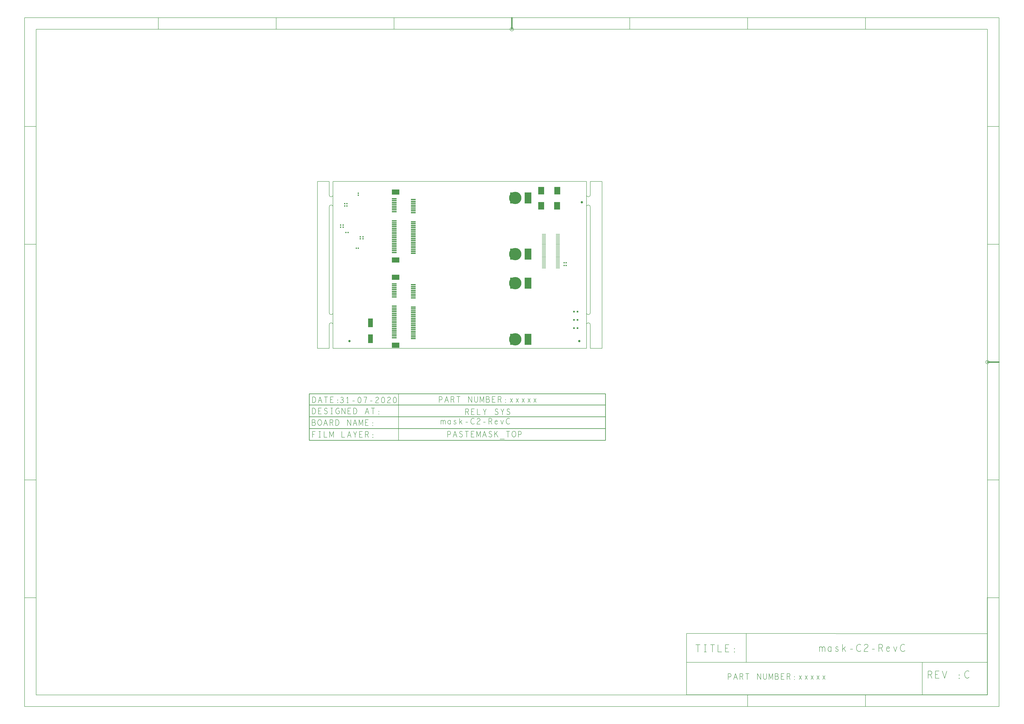
<source format=gbr>
G04 ================== begin FILE IDENTIFICATION RECORD ==================*
G04 Layout Name:  E:/Mask Board/WORK/16-05-22/mask-C2-RevC.brd*
G04 Film Name:    mask-C2-RevC_PMT.gbr*
G04 File Format:  Gerber RS274X*
G04 File Origin:  Cadence Allegro 16.6-P004*
G04 Origin Date:  Mon May 16 22:50:50 2022*
G04 *
G04 Layer:  PIN/PASTEMASK_TOP*
G04 Layer:  PACKAGE GEOMETRY/PASTEMASK_TOP*
G04 Layer:  DRAWING FORMAT/OUTLINE_DATA*
G04 Layer:  BOARD GEOMETRY/OUTLINE*
G04 *
G04 Offset:    (0.00 0.00)*
G04 Mirror:    No*
G04 Mode:      Positive*
G04 Rotation:  0*
G04 FullContactRelief:  No*
G04 UndefLineWidth:     6.00*
G04 ================== end FILE IDENTIFICATION RECORD ====================*
%FSLAX55Y55*MOIN*%
%IR0*IPPOS*OFA0.00000B0.00000*MIA0B0*SFA1.00000B1.00000*%
%ADD16R,.126X.091*%
%ADD14R,.02X.02*%
%ADD22R,.031X.031*%
%ADD12R,.0244X.0244*%
%ADD11C,.03937*%
%ADD21R,.09842X.12992*%
%ADD15R,.07874X.14764*%
%ADD20R,.07087X.00787*%
%ADD10R,.024X.022*%
%ADD13R,.022X.024*%
%ADD17R,.079X.023*%
%ADD19C,.2087*%
%ADD18R,.11811X.18898*%
%ADD23C,.01*%
%ADD24C,.01969*%
%ADD25C,.005*%
%ADD26C,.006*%
%ADD27C,.00787*%
G75*
%LPD*%
G75*
G54D10*
X13000Y205500D03*
X17200D03*
X13000Y208900D03*
X17200D03*
X46400Y185700D03*
Y189100D03*
X51000Y185700D03*
Y189100D03*
G54D20*
X358089Y142047D03*
Y140079D03*
Y138110D03*
Y136142D03*
Y157795D03*
Y155827D03*
Y153858D03*
Y151890D03*
Y149921D03*
Y147953D03*
Y145984D03*
Y144016D03*
Y173543D03*
Y171575D03*
Y169606D03*
Y167638D03*
Y165669D03*
Y163701D03*
Y161732D03*
Y159764D03*
Y189291D03*
Y187323D03*
Y185354D03*
Y183386D03*
Y181417D03*
Y179449D03*
Y177480D03*
Y175512D03*
Y193228D03*
Y191260D03*
X381711Y136142D03*
Y138110D03*
Y140079D03*
Y142047D03*
Y144016D03*
Y145984D03*
Y147953D03*
Y149921D03*
Y151890D03*
Y153858D03*
Y155827D03*
Y157795D03*
Y159764D03*
Y161732D03*
Y163701D03*
Y165669D03*
Y167638D03*
Y169606D03*
Y171575D03*
Y173543D03*
Y175512D03*
Y177480D03*
Y179449D03*
Y181417D03*
Y183386D03*
Y185354D03*
Y187323D03*
Y189291D03*
Y191260D03*
Y193228D03*
G54D11*
X28000Y12150D03*
X418000D03*
X422290Y247680D03*
G54D21*
X353207Y241830D03*
X353347Y267390D03*
X380373Y241830D03*
X380513Y267390D03*
G54D12*
X25670Y196500D03*
X22130D03*
G54D13*
X23500Y245427D03*
X20100D03*
X23500Y241427D03*
X20100D03*
X395700Y140500D03*
X392300D03*
X395700Y145000D03*
X392300D03*
G54D22*
X409047Y34000D03*
X414953D03*
X409047Y62000D03*
X414953D03*
X409047Y48000D03*
X414953D03*
G54D23*
G01X-40415Y-77276D02*
Y-156476D01*
G01D02*
X387485D01*
G01X-40415Y-136476D02*
X462185D01*
G01X-40415Y-116476D02*
X462185D01*
G01X-40415Y-96476D02*
X462185D01*
G01Y-77276D02*
X-40415D01*
G01X387485Y-156476D02*
X462185D01*
G01D02*
Y-77276D01*
G54D14*
X43079Y169764D03*
X39579D03*
X43120Y263030D03*
Y259530D03*
G54D24*
G01X303531Y560956D02*
Y541271D01*
G01X1130302Y-23689D02*
X1110617D01*
G54D15*
X63600Y16114D03*
Y42886D03*
G54D25*
G01X-6200Y-275D02*
X-26200D01*
Y283133D01*
X-6200D01*
G01Y39972D02*
Y-275D01*
G01X0Y39972D02*
Y29972D01*
G01X-6200Y39972D02*
G02X0I3100J0D01*
G01Y59972D02*
G02X-6200I-3100J0D01*
G01X0D02*
Y69972D01*
G01X-6200Y59972D02*
Y229972D01*
G01X0Y239972D02*
Y229972D01*
G01X-6200Y239972D02*
Y229972D01*
G01Y239972D02*
G02X0I3100J0D01*
G01Y259972D02*
G02X-6200I-3100J0D01*
G01X0D02*
Y269972D01*
G01X-6200Y259972D02*
Y283133D01*
G01X430315Y39972D02*
Y29972D01*
G01Y39972D02*
G02X436515I3100J0D01*
G01Y59972D02*
G02X430315I-3100J0D01*
G01D02*
Y69972D01*
G01Y239972D02*
Y229972D01*
G01Y239972D02*
G02X436515I3100J0D01*
G01Y259972D02*
G02X430315I-3100J0D01*
G01D02*
Y269972D01*
G01X436515Y283133D02*
X456515D01*
Y-275D01*
X436515D01*
G01Y39972D02*
Y-275D01*
G01Y59972D02*
Y69972D01*
G01Y239972D02*
Y69972D01*
G01Y259972D02*
Y283133D01*
G54D16*
X106394Y4961D03*
Y120315D03*
Y149629D03*
Y264983D03*
G54D26*
G01X-523241Y-608335D02*
Y560956D01*
G01Y-608335D02*
X1130302D01*
G01X-523241Y560956D02*
X1130302D01*
G01X-34740Y-151376D02*
Y-141376D01*
G01X-31740Y-146209D02*
X-34740D01*
G01Y-141376D02*
X-29990D01*
G01X-31515Y-125977D02*
X-35390D01*
G01Y-131310D02*
X-31265D01*
G01X-35390Y-121310D02*
Y-131310D01*
G01X-32015Y-121310D02*
X-35390D01*
G01X-32415Y-101776D02*
X-31415Y-102276D01*
G01X-34915Y-101776D02*
X-32415D01*
G01Y-111776D02*
X-34915D01*
G01X-31415Y-111276D02*
X-32415Y-111776D01*
G01X-34915D02*
Y-101776D01*
G01X-32215Y-92576D02*
X-34715D01*
G01X-31215Y-92076D02*
X-32215Y-92576D01*
G01X-34715D02*
Y-82576D01*
G01X-32215D02*
X-31215Y-83076D01*
G01X-34715Y-82576D02*
X-32215D01*
G01X-23865Y-151376D02*
X-20865D01*
G01X-22365Y-141376D02*
Y-151376D01*
G01X-23865Y-141376D02*
X-20865D01*
G01X-21515Y-131143D02*
X-22515Y-131310D01*
G01X-20640Y-130477D02*
X-21515Y-131143D01*
G01X-19890Y-129477D02*
X-20640Y-130477D01*
G01X-19390Y-128310D02*
X-19890Y-129477D01*
G01X-19140Y-126977D02*
X-19390Y-128310D01*
G01X-19140Y-125643D02*
Y-126977D01*
G01X-19390Y-124310D02*
X-19140Y-125643D01*
G01X-19890Y-123143D02*
X-19390Y-124310D01*
G01X-20640Y-122143D02*
X-19890Y-123143D01*
G01X-21515Y-121477D02*
X-20640Y-122143D01*
G01X-22515Y-121310D02*
X-21515Y-121477D01*
G01X-23515D02*
X-22515Y-121310D01*
G01X-24390Y-122143D02*
X-23515Y-121477D01*
G01X-25140Y-123143D02*
X-24390Y-122143D01*
G01X-25640Y-124310D02*
X-25140Y-123143D01*
G01X-25890Y-125643D02*
X-25640Y-124310D01*
G01X-25890Y-126977D02*
Y-125643D01*
G01X-25640Y-128310D02*
X-25890Y-126977D01*
G01X-25140Y-129477D02*
X-25640Y-128310D01*
G01X-24390Y-130477D02*
X-25140Y-129477D01*
G01X-23515Y-131143D02*
X-24390Y-130477D01*
G01X-22515Y-131310D02*
X-23515Y-131143D01*
G01X-30640Y-126310D02*
X-31515Y-125977D01*
G01X-29890Y-127310D02*
X-30640Y-126310D01*
G01X-29640Y-128477D02*
X-29890Y-127310D01*
G01Y-129643D02*
X-29640Y-128477D01*
G01X-30390Y-130643D02*
X-29890Y-129643D01*
G01X-31265Y-131310D02*
X-30390Y-130643D01*
G01X-31140Y-121810D02*
X-32015Y-121310D01*
G01X-30640Y-122477D02*
X-31140Y-121810D01*
G01X-30390Y-123477D02*
X-30640Y-122477D01*
G01Y-124644D02*
X-30390Y-123477D01*
G01X-31015Y-125477D02*
X-30640Y-124644D01*
G01X-31515Y-125977D02*
X-31015Y-125477D01*
G01X-24665Y-101776D02*
X-19665D01*
G01X-21665Y-106609D02*
X-24665D01*
G01Y-111776D02*
Y-101776D01*
G01X-19665Y-111776D02*
X-24665D01*
G01X-30665Y-110610D02*
X-31415Y-111276D01*
G01X-30040Y-109609D02*
X-30665Y-110610D01*
G01X-29540Y-108443D02*
X-30040Y-109609D01*
G01X-29415Y-106776D02*
X-29540Y-108443D01*
G01Y-105110D02*
X-29415Y-106776D01*
G01X-30040Y-103943D02*
X-29540Y-105110D01*
G01X-30665Y-102943D02*
X-30040Y-103943D01*
G01X-31415Y-102276D02*
X-30665Y-102943D01*
G01X-19965Y-89076D02*
X-23965D01*
G01X-21965Y-82576D02*
X-18840Y-92576D01*
G01X-25090D02*
X-21965Y-82576D01*
G01X-29340Y-85910D02*
X-29215Y-87576D01*
G01X-29840Y-84743D02*
X-29340Y-85910D01*
G01X-30465Y-83743D02*
X-29840Y-84743D01*
G01X-31215Y-83076D02*
X-30465Y-83743D01*
G01Y-91410D02*
X-31215Y-92076D01*
G01X-29840Y-90409D02*
X-30465Y-91410D01*
G01X-29340Y-89243D02*
X-29840Y-90409D01*
G01X-29215Y-87576D02*
X-29340Y-89243D01*
G01X-2365Y-149709D02*
X885Y-141376D01*
G01X-5615D02*
X-2365Y-149709D01*
G01X-5615Y-151376D02*
Y-141376D01*
G01X-14865Y-151376D02*
X-9865D01*
G01X-14865Y-141376D02*
Y-151376D01*
G01X-1890Y-126477D02*
X-15Y-131310D01*
G01X-1890Y-126477D02*
X-5015D01*
G01X-1015Y-125977D02*
X-1890Y-126477D01*
G01X-265Y-125143D02*
X-1015Y-125977D01*
G01X-15Y-123810D02*
X-265Y-125143D01*
G01Y-122477D02*
X-15Y-123810D01*
G01X-890Y-121810D02*
X-265Y-122477D01*
G01X-1890Y-121310D02*
X-890Y-121810D01*
G01X-5015Y-121310D02*
X-1890D01*
G01X-5015Y-131310D02*
Y-121310D01*
G01X-12515D02*
X-9390Y-131310D01*
G01X-10515Y-127810D02*
X-14515D01*
G01X-15640Y-131310D02*
X-12515Y-121310D01*
G01X-3665Y-101776D02*
X-665D01*
G01X-11665D02*
X-10790Y-102109D01*
G01X-12540Y-101776D02*
X-11665D01*
G01X-3665Y-111776D02*
X-665D01*
G01X-2165Y-101776D02*
Y-111776D01*
G01X-10790Y-102109D02*
X-10040Y-102943D01*
G01X-11540Y-106443D02*
X-13040Y-106109D01*
G01X-10415Y-107109D02*
X-11540Y-106443D01*
G01X-9790Y-108110D02*
X-10415Y-107109D01*
G01X-9540Y-109276D02*
X-9790Y-108110D01*
G01X-9915Y-110443D02*
X-9540Y-109276D01*
G01X-10665Y-111276D02*
X-9915Y-110443D01*
G01X-11665Y-111776D02*
X-10665Y-111276D01*
G01X-12665Y-111776D02*
X-11665D01*
G01X-13415Y-102276D02*
X-12540Y-101776D01*
G01X-14040Y-103109D02*
X-13415Y-102276D01*
G01X-14290Y-104276D02*
X-14040Y-103109D01*
G01X-13915Y-105443D02*
X-14290Y-104276D01*
G01X-13040Y-106109D02*
X-13915Y-105443D01*
G01X-13790Y-111276D02*
X-12665Y-111776D01*
G01X-14790Y-110443D02*
X-13790Y-111276D01*
G01X-1465Y-87409D02*
X-4465D01*
G01Y-92576D02*
Y-82576D01*
G01X535Y-92576D02*
X-4465D01*
G01X-11965Y-82576D02*
Y-92576D01*
G01X-4465Y-82576D02*
X535D01*
G01X-14840D02*
X-9090D01*
G01X430315Y-275D02*
Y283133D01*
X0D01*
Y-275D01*
X430315D01*
G01X15135Y-151376D02*
X20135D01*
G01X15135Y-141376D02*
Y-151376D01*
G01X885Y-141376D02*
Y-151376D01*
G01X7235Y-131310D02*
X4735D01*
G01X8235Y-130810D02*
X7235Y-131310D01*
G01X8985Y-130144D02*
X8235Y-130810D01*
G01X9610Y-129143D02*
X8985Y-130144D01*
G01X10110Y-127977D02*
X9610Y-129143D01*
G01X10235Y-126310D02*
X10110Y-127977D01*
G01Y-124644D02*
X10235Y-126310D01*
G01X9610Y-123477D02*
X10110Y-124644D01*
G01X8985Y-122477D02*
X9610Y-123477D01*
G01X8235Y-121810D02*
X8985Y-122477D01*
G01X7235Y-121310D02*
X8235Y-121810D01*
G01X4735Y-121310D02*
X7235D01*
G01X4735Y-131310D02*
Y-121310D01*
G01X8710Y-101776D02*
X9710Y-102109D01*
G01X7835Y-101776D02*
X8710D01*
G01X6835Y-102276D02*
X7835Y-101776D01*
G01X14960D02*
X20710Y-111776D01*
G01X14960D02*
Y-101776D01*
G01X9710Y-102109D02*
X10460Y-102776D01*
G01X6085Y-102943D02*
X6835Y-102276D01*
G01X5335Y-103943D02*
X6085Y-102943D01*
G01X4835Y-105110D02*
X5335Y-103943D01*
G01X4585Y-106109D02*
X4835Y-105110D01*
G01X4585Y-107276D02*
Y-106109D01*
G01X4835Y-108609D02*
X4585Y-107276D01*
G01X5335Y-109776D02*
X4835Y-108609D01*
G01X6085Y-110776D02*
X5335Y-109776D01*
G01X6960Y-111443D02*
X6085Y-110776D01*
G01X8210Y-111776D02*
X6960Y-111443D01*
G01X9460D02*
X8210Y-111776D01*
G01X10335Y-110776D02*
X9460Y-111443D01*
G01X11085Y-109776D02*
X10335Y-110776D01*
G01X11085Y-106776D02*
Y-109776D01*
G01X8585Y-106776D02*
X11085D01*
G01X12200Y-91000D02*
X12950Y-92167D01*
X13950Y-92833D01*
X15075Y-93000D01*
X16075Y-92833D01*
X17075Y-92000D01*
X17700Y-91000D01*
X17825Y-90000D01*
X17575Y-88834D01*
X16700Y-88000D01*
X15825Y-87667D01*
X14700D01*
G01X15825D02*
X16575Y-87167D01*
X17200Y-86334D01*
X17450Y-85333D01*
X17200Y-84333D01*
X16575Y-83500D01*
X15450Y-83000D01*
X14325Y-83167D01*
X13200Y-83833D01*
G01X24950Y-93000D02*
Y-83000D01*
X23450Y-85000D01*
G01Y-93000D02*
X26450D01*
G01X33325Y-89667D02*
X36575D01*
G01X44950Y-83000D02*
X43950Y-83333D01*
X43200Y-84167D01*
X42700Y-85167D01*
X42325Y-86500D01*
X42200Y-88000D01*
X42325Y-89500D01*
X42700Y-90833D01*
X43200Y-91834D01*
X43950Y-92667D01*
X44950Y-93000D01*
X45950Y-92667D01*
X46700Y-91834D01*
X47200Y-90833D01*
X47575Y-89500D01*
X47700Y-88000D01*
X47575Y-86500D01*
X47200Y-85167D01*
X46700Y-84167D01*
X45950Y-83333D01*
X44950Y-83000D01*
G01X54700Y-93000D02*
X54950Y-90833D01*
X55325Y-89000D01*
X55825Y-87333D01*
X56450Y-85500D01*
X57450Y-83000D01*
X52450D01*
G01X63325Y-89667D02*
X66575D01*
G01X72575Y-84667D02*
X73325Y-83667D01*
X74200Y-83167D01*
X75200Y-83000D01*
X76450Y-83333D01*
X77325Y-84167D01*
X77575Y-85167D01*
X77450Y-86167D01*
X76950Y-87000D01*
X74450Y-88667D01*
X73325Y-89833D01*
X72575Y-91500D01*
X72325Y-93000D01*
X77575D01*
G01X84950Y-83000D02*
X83950Y-83333D01*
X83200Y-84167D01*
X82700Y-85167D01*
X82325Y-86500D01*
X82200Y-88000D01*
X82325Y-89500D01*
X82700Y-90833D01*
X83200Y-91834D01*
X83950Y-92667D01*
X84950Y-93000D01*
X85950Y-92667D01*
X86700Y-91834D01*
X87200Y-90833D01*
X87575Y-89500D01*
X87700Y-88000D01*
X87575Y-86500D01*
X87200Y-85167D01*
X86700Y-84167D01*
X85950Y-83333D01*
X84950Y-83000D01*
G01X92575Y-84667D02*
X93325Y-83667D01*
X94200Y-83167D01*
X95200Y-83000D01*
X96450Y-83333D01*
X97325Y-84167D01*
X97575Y-85167D01*
X97450Y-86167D01*
X96950Y-87000D01*
X94450Y-88667D01*
X93325Y-89833D01*
X92575Y-91500D01*
X92325Y-93000D01*
X97575D01*
G01X104950Y-83000D02*
X103950Y-83333D01*
X103200Y-84167D01*
X102700Y-85167D01*
X102325Y-86500D01*
X102200Y-88000D01*
X102325Y-89500D01*
X102700Y-90833D01*
X103200Y-91834D01*
X103950Y-92667D01*
X104950Y-93000D01*
X105950Y-92667D01*
X106700Y-91834D01*
X107200Y-90833D01*
X107575Y-89500D01*
X107700Y-88000D01*
X107575Y-86500D01*
X107200Y-85167D01*
X106700Y-84167D01*
X105950Y-83333D01*
X104950Y-83000D01*
G01X8285Y-88243D02*
X8035Y-88410D01*
G01X8285Y-87909D02*
Y-88243D01*
G01X8035Y-87743D02*
X8285Y-87909D01*
G01X7785D02*
X8035Y-87743D01*
G01X7785Y-88243D02*
Y-87909D01*
G01X8035Y-88410D02*
X7785Y-88243D01*
G01X8285Y-92743D02*
X8035Y-92909D01*
G01X8285Y-92409D02*
Y-92743D01*
G01X8035Y-92243D02*
X8285Y-92409D01*
G01X7785D02*
X8035Y-92243D01*
G01X7785Y-92743D02*
Y-92409D01*
G01X8035Y-92909D02*
X7785Y-92743D01*
G01X29635Y-147876D02*
X25635D01*
G01X27635Y-141376D02*
X30760Y-151376D01*
G01X24510D02*
X27635Y-141376D01*
G01X30360Y-131310D02*
Y-121310D01*
G01X24610D02*
X30360Y-131310D01*
G01X24610D02*
Y-121310D01*
G01X25335Y-101776D02*
X30335D01*
G01X28335Y-106609D02*
X25335D01*
G01Y-111776D02*
Y-101776D01*
G01X30335Y-111776D02*
X25335D01*
G01X20710D02*
Y-101776D01*
G01X45135Y-151376D02*
Y-141376D01*
G01X50135Y-151376D02*
X45135D01*
G01X37635D02*
Y-146876D01*
G01X48135Y-146209D02*
X45135D01*
G01Y-141376D02*
X50135D01*
G01X40135D02*
X37635Y-146876D01*
G01D02*
X35135Y-141376D01*
G01X47485Y-129643D02*
X50735Y-121310D01*
G01X44235D02*
X47485Y-129643D01*
G01X44235Y-131310D02*
Y-121310D01*
G01X39485Y-127810D02*
X35485D01*
G01X37485Y-121310D02*
X40610Y-131310D01*
G01X34360D02*
X37485Y-121310D01*
G01X37585Y-101776D02*
X38585Y-102276D01*
G01Y-111276D02*
X37585Y-111776D01*
G01X39335Y-110610D02*
X38585Y-111276D01*
G01X39960Y-109609D02*
X39335Y-110610D01*
G01X40460Y-108443D02*
X39960Y-109609D01*
G01X40585Y-106776D02*
X40460Y-108443D01*
G01Y-105110D02*
X40585Y-106776D01*
G01X39960Y-103943D02*
X40460Y-105110D01*
G01X39335Y-102943D02*
X39960Y-103943D01*
G01X38585Y-102276D02*
X39335Y-102943D01*
G01X35085Y-101776D02*
X37585D01*
G01Y-111776D02*
X35085D01*
G01D02*
Y-101776D01*
G01X58260Y-146543D02*
X60135Y-151376D01*
G01X55135D02*
Y-141376D01*
G01X58260Y-146543D02*
X55135D01*
G01X59135Y-146043D02*
X58260Y-146543D01*
G01X59885Y-145209D02*
X59135Y-146043D01*
G01X60135Y-143876D02*
X59885Y-145209D01*
G01Y-142543D02*
X60135Y-143876D01*
G01X59260Y-141876D02*
X59885Y-142543D01*
G01X58260Y-141376D02*
X59260Y-141876D01*
G01X55135Y-141376D02*
X58260D01*
G01X57985Y-126143D02*
X54985D01*
G01Y-121310D02*
X59985D01*
G01X54985Y-131310D02*
Y-121310D01*
G01X59985Y-131310D02*
X54985D01*
G01X50735Y-121310D02*
Y-131310D01*
G01X59835Y-108276D02*
X55835D01*
G01X57835Y-101776D02*
X60960Y-111776D01*
G01X54710D02*
X57835Y-101776D01*
G01X67885Y-151543D02*
X67635Y-151709D01*
G01X67885Y-151209D02*
Y-151543D01*
G01X67635Y-151043D02*
X67885Y-151209D01*
G01X67385D02*
X67635Y-151043D01*
G01X67385Y-151543D02*
Y-151209D01*
G01X67635Y-151709D02*
X67385Y-151543D01*
G01X67885Y-147043D02*
X67635Y-147210D01*
G01X67885Y-146709D02*
Y-147043D01*
G01X67635Y-146543D02*
X67885Y-146709D01*
G01X67385D02*
X67635Y-146543D01*
G01X67385Y-147043D02*
Y-146709D01*
G01X67635Y-147210D02*
X67385Y-147043D01*
G01X67735Y-126977D02*
X67485Y-127144D01*
G01X67735Y-126643D02*
Y-126977D01*
G01X67485Y-126477D02*
X67735Y-126643D01*
G01Y-131477D02*
X67485Y-131643D01*
G01X67735Y-131143D02*
Y-131477D01*
G01X67485Y-130977D02*
X67735Y-131143D01*
G01X67235Y-126643D02*
X67485Y-126477D01*
G01X67235Y-126977D02*
Y-126643D01*
G01X67485Y-127144D02*
X67235Y-126977D01*
G01Y-131143D02*
X67485Y-130977D01*
G01X67235Y-131477D02*
Y-131143D01*
G01X67485Y-131643D02*
X67235Y-131477D01*
G01X78085Y-107443D02*
X77835Y-107610D01*
G01X78085Y-107109D02*
Y-107443D01*
G01X77835Y-106943D02*
X78085Y-107109D01*
G01X77585D02*
X77835Y-106943D01*
G01X77585Y-107443D02*
Y-107109D01*
G01X77835Y-107610D02*
X77585Y-107443D01*
G01X78085Y-111943D02*
X77835Y-112109D01*
G01X78085Y-111609D02*
Y-111943D01*
G01X77835Y-111443D02*
X78085Y-111609D01*
G01X77585D02*
X77835Y-111443D01*
G01X77585Y-111943D02*
Y-111609D01*
G01X77835Y-112109D02*
X77585Y-111943D01*
G01X67835Y-101776D02*
Y-111776D01*
G01X64960Y-101776D02*
X70710D01*
G01X111485Y-77697D02*
Y-155856D01*
G01X183240Y-129040D02*
Y-122374D01*
G01Y-124207D02*
X183615Y-123373D01*
X184240Y-122707D01*
X185115Y-122374D01*
X185990Y-122707D01*
X186615Y-123373D01*
X186990Y-124207D01*
Y-129040D01*
G01Y-124207D02*
X187365Y-123373D01*
X187990Y-122707D01*
X188865Y-122374D01*
X189740Y-122707D01*
X190365Y-123373D01*
X190740Y-124373D01*
Y-129040D01*
G01X199240D02*
Y-122374D01*
G01Y-123540D02*
X198740Y-122873D01*
X197990Y-122540D01*
X197115Y-122374D01*
X196240Y-122707D01*
X195490Y-123373D01*
X194990Y-124373D01*
X194740Y-125707D01*
X194990Y-127040D01*
X195490Y-128040D01*
X196240Y-128707D01*
X197115Y-129040D01*
X197990Y-128873D01*
X198740Y-128373D01*
X199240Y-127707D01*
G01X205115Y-127874D02*
X205740Y-128540D01*
X206615Y-129040D01*
X207365D01*
X208115Y-128707D01*
X208615Y-128207D01*
X208865Y-127540D01*
X208740Y-126540D01*
X208240Y-126040D01*
X205990Y-125040D01*
X205490Y-123873D01*
X205740Y-123040D01*
X206240Y-122540D01*
X206990Y-122374D01*
X207740Y-122540D01*
X208490Y-123040D01*
G01X214865Y-129040D02*
Y-119040D01*
G01X218865Y-122374D02*
X214865Y-126207D01*
G01X216490Y-124707D02*
X219115Y-129040D01*
G01X225365Y-125707D02*
X228615D01*
G01X239740Y-119873D02*
X238990Y-119373D01*
X238115Y-119040D01*
X237115D01*
X235990Y-119540D01*
X235115Y-120373D01*
X234490Y-121373D01*
X233990Y-123040D01*
X233865Y-124540D01*
X234115Y-126040D01*
X234490Y-127040D01*
X235240Y-128040D01*
X236115Y-128707D01*
X236990Y-129040D01*
X237865D01*
X238740Y-128707D01*
X239490Y-128207D01*
X240115Y-127540D01*
G01X244615Y-120707D02*
X245365Y-119707D01*
X246240Y-119207D01*
X247240Y-119040D01*
X248490Y-119373D01*
X249365Y-120207D01*
X249615Y-121207D01*
X249490Y-122207D01*
X248990Y-123040D01*
X246490Y-124707D01*
X245365Y-125873D01*
X244615Y-127540D01*
X244365Y-129040D01*
X249615D01*
G01X255365Y-125707D02*
X258615D01*
G01X264490Y-129040D02*
Y-119040D01*
X267615D01*
X268615Y-119540D01*
X269240Y-120207D01*
X269490Y-121540D01*
X269240Y-122873D01*
X268490Y-123707D01*
X267615Y-124207D01*
X264490D01*
G01X267615D02*
X269490Y-129040D01*
G01X275115Y-124540D02*
X279115D01*
X278740Y-123373D01*
X278115Y-122707D01*
X277240Y-122374D01*
X276365Y-122540D01*
X275615Y-123040D01*
X275115Y-124207D01*
X274865Y-125207D01*
Y-126207D01*
X275115Y-127207D01*
X275740Y-128207D01*
X276490Y-128873D01*
X277365Y-129040D01*
X278240Y-128707D01*
X279115Y-127707D01*
G01X284740Y-122374D02*
X286990Y-129040D01*
X289240Y-122374D01*
G01X299740Y-119873D02*
X298990Y-119373D01*
X298115Y-119040D01*
X297115D01*
X295990Y-119540D01*
X295115Y-120373D01*
X294490Y-121373D01*
X293990Y-123040D01*
X293865Y-124540D01*
X294115Y-126040D01*
X294490Y-127040D01*
X295240Y-128040D01*
X296115Y-128707D01*
X296990Y-129040D01*
X297865D01*
X298740Y-128707D01*
X299490Y-128207D01*
X300115Y-127540D01*
G01X185385Y-84910D02*
X185135Y-86243D01*
G01Y-83577D02*
X185385Y-84910D01*
G01X184385Y-82410D02*
X185135Y-83577D01*
G01X194885Y-88410D02*
X190885D01*
G01X189760Y-91910D02*
X192885Y-81910D01*
G01X183385Y-87744D02*
X180385D01*
G01X184510Y-87243D02*
X183385Y-87744D01*
G01X185135Y-86243D02*
X184510Y-87243D01*
G01X180385Y-91910D02*
Y-81910D01*
G01X183385D02*
X184385Y-82410D01*
G01X180385Y-81910D02*
X183385D01*
G01X192885D02*
X196010Y-91910D01*
G01X194575Y-150875D02*
Y-140875D01*
X197575D01*
X198575Y-141375D01*
X199325Y-142542D01*
X199575Y-143875D01*
X199325Y-145208D01*
X198700Y-146208D01*
X197575Y-146709D01*
X194575D01*
G01X203950Y-150875D02*
X207075Y-140875D01*
X210200Y-150875D01*
G01X209075Y-147375D02*
X205075D01*
G01X214450Y-149542D02*
X215450Y-150375D01*
X216575Y-150875D01*
X217575D01*
X218575Y-150375D01*
X219325Y-149542D01*
X219700Y-148375D01*
X219450Y-147209D01*
X218825Y-146208D01*
X217700Y-145542D01*
X216200Y-145208D01*
X215325Y-144542D01*
X214950Y-143375D01*
X215200Y-142208D01*
X215825Y-141375D01*
X216700Y-140875D01*
X217575D01*
X218450Y-141208D01*
X219200Y-142042D01*
G01X227075Y-140875D02*
Y-150875D01*
G01X224200Y-140875D02*
X229950D01*
G01X239575Y-150875D02*
X234575D01*
Y-140875D01*
X239575D01*
G01X237575Y-145708D02*
X234575D01*
G01X243825Y-150875D02*
Y-140875D01*
X247075Y-149208D01*
X250325Y-140875D01*
Y-150875D01*
G01X253950D02*
X257075Y-140875D01*
X260200Y-150875D01*
G01X259075Y-147375D02*
X255075D01*
G01X264450Y-149542D02*
X265450Y-150375D01*
X266575Y-150875D01*
X267575D01*
X268575Y-150375D01*
X269325Y-149542D01*
X269700Y-148375D01*
X269450Y-147209D01*
X268825Y-146208D01*
X267700Y-145542D01*
X266200Y-145208D01*
X265325Y-144542D01*
X264950Y-143375D01*
X265200Y-142208D01*
X265825Y-141375D01*
X266700Y-140875D01*
X267575D01*
X268450Y-141208D01*
X269200Y-142042D01*
G01X274325Y-150875D02*
Y-140875D01*
G01X279075D02*
X274325Y-147042D01*
G01X279825Y-150875D02*
X276450Y-144209D01*
G01X283325Y-154208D02*
X290825D01*
G01X297075Y-140875D02*
Y-150875D01*
G01X294200Y-140875D02*
X299950D01*
G01X307075Y-150875D02*
X306075Y-150708D01*
X305200Y-150042D01*
X304450Y-149042D01*
X303950Y-147875D01*
X303700Y-146542D01*
Y-145208D01*
X303950Y-143875D01*
X304450Y-142708D01*
X305200Y-141708D01*
X306075Y-141042D01*
X307075Y-140875D01*
X308075Y-141042D01*
X308950Y-141708D01*
X309700Y-142708D01*
X310200Y-143875D01*
X310450Y-145208D01*
Y-146542D01*
X310200Y-147875D01*
X309700Y-149042D01*
X308950Y-150042D01*
X308075Y-150708D01*
X307075Y-150875D01*
G01X314575D02*
Y-140875D01*
X317575D01*
X318575Y-141375D01*
X319325Y-142542D01*
X319575Y-143875D01*
X319325Y-145208D01*
X318700Y-146208D01*
X317575Y-146709D01*
X314575D01*
G01X205135Y-85743D02*
X204385Y-86577D01*
G01X205385Y-84410D02*
X205135Y-85743D01*
G01Y-83077D02*
X205385Y-84410D01*
G01X203510Y-87077D02*
X205385Y-91910D01*
G01X203510Y-87077D02*
X200385D01*
G01X204385Y-86577D02*
X203510Y-87077D01*
G01X200385Y-91910D02*
Y-81910D01*
G01X204510Y-82410D02*
X205135Y-83077D01*
G01X203510Y-81910D02*
X204510Y-82410D01*
G01X200385Y-81910D02*
X203510D01*
G01X228260Y-108143D02*
X225135D01*
G01Y-102976D02*
X228260D01*
G01X225135Y-112976D02*
Y-102976D01*
G01X212885Y-81910D02*
Y-91910D01*
G01X210010Y-81910D02*
X215760D01*
G01X238135Y-107809D02*
X235135D01*
G01Y-102976D02*
X240135D01*
G01X235135Y-112976D02*
Y-102976D01*
G01X240135Y-112976D02*
X235135D01*
G01X229885Y-106809D02*
X229135Y-107643D01*
G01X230135Y-105476D02*
X229885Y-106809D01*
G01Y-104143D02*
X230135Y-105476D01*
G01X229260Y-103476D02*
X229885Y-104143D01*
G01X228260Y-108143D02*
X230135Y-112976D01*
G01X229135Y-107643D02*
X228260Y-108143D01*
G01Y-102976D02*
X229260Y-103476D01*
G01X240635Y-90577D02*
X241635Y-91577D01*
G01X240135Y-89077D02*
X240635Y-90577D01*
G01X240135Y-81910D02*
Y-89077D01*
G01X235760Y-91910D02*
Y-81910D01*
G01X230010D02*
X235760Y-91910D01*
G01X230010D02*
Y-81910D01*
G01X260135Y-102976D02*
X257635Y-108476D01*
G01D02*
X255135Y-102976D01*
G01X257635Y-112976D02*
Y-108476D01*
G01X245135Y-112976D02*
X250135D01*
G01X245135Y-102976D02*
Y-112976D01*
G01X256135Y-81910D02*
Y-91910D01*
G01X252885Y-90243D02*
X256135Y-81910D01*
G01X249635D02*
X252885Y-90243D01*
G01X249635Y-91910D02*
Y-81910D01*
G01X245635Y-89077D02*
Y-81910D01*
G01X245135Y-90577D02*
X245635Y-89077D01*
G01X244135Y-91577D02*
X245135Y-90577D01*
G01X242885Y-91910D02*
X244135Y-91577D01*
G01X241635D02*
X242885Y-91910D01*
G01X265010Y-84077D02*
X264760Y-83077D01*
G01Y-85244D02*
X265010Y-84077D01*
G01X264385Y-86077D02*
X264760Y-85244D01*
G01X263885Y-86577D02*
X264385Y-86077D01*
G01X273385Y-86743D02*
X270385D01*
G01Y-91910D02*
Y-81910D01*
G01X275385Y-91910D02*
X270385D01*
G01X264760Y-86910D02*
X263885Y-86577D01*
G01X265510Y-87910D02*
X264760Y-86910D01*
G01X265760Y-89077D02*
X265510Y-87910D01*
G01Y-90243D02*
X265760Y-89077D01*
G01X265010Y-91243D02*
X265510Y-90243D01*
G01X264135Y-91910D02*
X265010Y-91243D01*
G01X263885Y-86577D02*
X260010D01*
G01Y-91910D02*
X264135D01*
G01X260010Y-81910D02*
Y-91910D01*
G01X270385Y-81910D02*
X275385D01*
G01X264260Y-82410D02*
X263385Y-81910D01*
G01X264760Y-83077D02*
X264260Y-82410D01*
G01X263385Y-81910D02*
X260010D01*
G01X290135Y-102976D02*
X287635Y-108476D01*
G01D02*
X285135Y-102976D01*
G01X287635Y-112976D02*
Y-108476D01*
G01X279010Y-103309D02*
X279760Y-104143D01*
G01X278135Y-102976D02*
X279010Y-103309D01*
G01X277260Y-102976D02*
X278135D01*
G01X278260Y-107643D02*
X276760Y-107309D01*
G01X279385Y-108309D02*
X278260Y-107643D01*
G01X280010Y-109310D02*
X279385Y-108309D01*
G01X280260Y-110476D02*
X280010Y-109310D01*
G01X279885Y-111643D02*
X280260Y-110476D01*
G01X279135Y-112476D02*
X279885Y-111643D01*
G01X278135Y-112976D02*
X279135Y-112476D01*
G01X277135Y-112976D02*
X278135D01*
G01X276385Y-103476D02*
X277260Y-102976D01*
G01X275760Y-104309D02*
X276385Y-103476D01*
G01X275510Y-105476D02*
X275760Y-104309D01*
G01X275885Y-106643D02*
X275510Y-105476D01*
G01X276760Y-107309D02*
X275885Y-106643D01*
G01X276010Y-112476D02*
X277135Y-112976D01*
G01X275010Y-111643D02*
X276010Y-112476D01*
G01X285135Y-85743D02*
X284385Y-86577D01*
G01X285385Y-84410D02*
X285135Y-85743D01*
G01Y-83077D02*
X285385Y-84410D01*
G01X283510Y-87077D02*
X285385Y-91910D01*
G01X283510Y-87077D02*
X280385D01*
G01X284385Y-86577D02*
X283510Y-87077D01*
G01X280385Y-91910D02*
Y-81910D01*
G01X284510Y-82410D02*
X285135Y-83077D01*
G01X283510Y-81910D02*
X284510Y-82410D01*
G01X280385Y-81910D02*
X283510D01*
G01X299010Y-103309D02*
X299760Y-104143D01*
G01X298135Y-102976D02*
X299010Y-103309D01*
G01X297260Y-102976D02*
X298135D01*
G01X296385Y-103476D02*
X297260Y-102976D01*
G01X295760Y-104309D02*
X296385Y-103476D01*
G01X295510Y-105476D02*
X295760Y-104309D01*
G01X295885Y-106643D02*
X295510Y-105476D01*
G01X296760Y-107309D02*
X295885Y-106643D01*
G01X298260Y-107643D02*
X296760Y-107309D01*
G01X299385Y-108309D02*
X298260Y-107643D01*
G01X300010Y-109310D02*
X299385Y-108309D01*
G01X300260Y-110476D02*
X300010Y-109310D01*
G01X299885Y-111643D02*
X300260Y-110476D01*
G01X299135Y-112476D02*
X299885Y-111643D01*
G01X298135Y-112976D02*
X299135Y-112476D01*
G01X297135Y-112976D02*
X298135D01*
G01X296010Y-112476D02*
X297135Y-112976D01*
G01X295010Y-111643D02*
X296010Y-112476D01*
G01X304760Y-85244D02*
X301010Y-91910D01*
G01Y-85244D02*
X304760Y-91910D01*
G01X293135Y-87577D02*
X292885Y-87744D01*
G01X293135Y-87243D02*
Y-87577D01*
G01X292885Y-87077D02*
X293135Y-87243D01*
G01Y-92077D02*
X292885Y-92243D01*
G01X293135Y-91743D02*
Y-92077D01*
G01X292885Y-91577D02*
X293135Y-91743D01*
G01X292635Y-87243D02*
X292885Y-87077D01*
G01X292635Y-87577D02*
Y-87243D01*
G01X292885Y-87744D02*
X292635Y-87577D01*
G01Y-91743D02*
X292885Y-91577D01*
G01X292635Y-92077D02*
Y-91743D01*
G01X292885Y-92243D02*
X292635Y-92077D01*
G01X324760Y-85244D02*
X321010Y-91910D01*
G01Y-85244D02*
X324760Y-91910D01*
G01X314760Y-85244D02*
X311010Y-91910D01*
G01Y-85244D02*
X314760Y-91910D01*
G01X334760Y-85244D02*
X331010Y-91910D01*
G01Y-85244D02*
X334760Y-91910D01*
G01X341010Y-85244D02*
X344760Y-91910D01*
G01Y-85244D02*
X341010Y-91910D01*
G01X600009Y-588311D02*
X1110245D01*
G01X600009Y-484466D02*
Y-588311D01*
G01Y-533193D02*
X1110245D01*
G01X600009Y-484466D02*
X1110485Y-484666D01*
G01X619335Y-503166D02*
Y-515666D01*
G01X615770Y-503166D02*
X622900D01*
G01X629875D02*
X633595D01*
G01X631735D02*
Y-515666D01*
G01X629875D02*
X633595D01*
G01X640570Y-503166D02*
X647700D01*
G01X644135D02*
Y-515666D01*
G01X653435Y-503166D02*
Y-515666D01*
G01D02*
X659635D01*
G01X670585Y-562200D02*
Y-552200D01*
G01D02*
X673585D01*
G01D02*
X674585Y-552700D01*
G01D02*
X675335Y-553867D01*
G01D02*
X675585Y-555200D01*
G01D02*
X675335Y-556533D01*
G01D02*
X674710Y-557533D01*
G01D02*
X673585Y-558034D01*
G01D02*
X670585D01*
G01X672035Y-515666D02*
X665835D01*
G01D02*
Y-503166D01*
G01D02*
X672035D01*
G01X669555Y-509208D02*
X665835D01*
G01X679960Y-562200D02*
X683085Y-552200D01*
G01D02*
X686210Y-562200D01*
G01X685085Y-558700D02*
X681085D01*
G01X690585Y-562200D02*
Y-552200D01*
G01D02*
X693710D01*
G01Y-557367D02*
X690585D01*
G01X681335Y-516083D02*
X681025Y-515874D01*
G01D02*
Y-515458D01*
G01D02*
X681335Y-515249D01*
G01D02*
X681645Y-515458D01*
G01D02*
Y-515874D01*
G01D02*
X681335Y-516083D01*
G01Y-510458D02*
X681025Y-510249D01*
G01D02*
Y-509833D01*
G01D02*
X681335Y-509624D01*
G01D02*
X681645Y-509833D01*
G01D02*
Y-510249D01*
G01D02*
X681335Y-510458D01*
G01X693710Y-552200D02*
X694710Y-552700D01*
G01D02*
X695335Y-553367D01*
G01D02*
X695585Y-554700D01*
G01D02*
X695335Y-556033D01*
G01D02*
X694585Y-556867D01*
G01D02*
X693710Y-557367D01*
G01D02*
X695585Y-562200D01*
G01X703085Y-552200D02*
Y-562200D01*
G01X700210Y-552200D02*
X705960D01*
G01X701485Y-484466D02*
Y-532625D01*
G01X720210Y-562200D02*
Y-552200D01*
G01D02*
X725960Y-562200D01*
G01D02*
Y-552200D01*
G01X730335D02*
Y-559367D01*
G01D02*
X730835Y-560867D01*
G01D02*
X731835Y-561867D01*
G01D02*
X733085Y-562200D01*
G01D02*
X734335Y-561867D01*
G01D02*
X735335Y-560867D01*
G01D02*
X735835Y-559367D01*
G01D02*
Y-552200D01*
G01X739835Y-562200D02*
Y-552200D01*
G01D02*
X743085Y-560533D01*
G01D02*
X746335Y-552200D01*
G01D02*
Y-562200D01*
G01X754085Y-556867D02*
X754585Y-556367D01*
G01D02*
X754960Y-555534D01*
G01D02*
X755210Y-554367D01*
G01D02*
X754960Y-553367D01*
G01D02*
X754460Y-552700D01*
G01D02*
X753585Y-552200D01*
G01D02*
X750210D01*
G01D02*
Y-562200D01*
G01D02*
X754335D01*
G01D02*
X755210Y-561533D01*
G01D02*
X755710Y-560533D01*
G01D02*
X755960Y-559367D01*
G01D02*
X755710Y-558200D01*
G01D02*
X754960Y-557200D01*
G01D02*
X754085Y-556867D01*
G01D02*
X750210D01*
G01X765585Y-562200D02*
X760585D01*
G01D02*
Y-552200D01*
G01D02*
X765585D01*
G01X763585Y-557033D02*
X760585D01*
G01X770585Y-562200D02*
Y-552200D01*
G01D02*
X773710D01*
G01Y-557367D02*
X770585D01*
G01X773710Y-552200D02*
X774710Y-552700D01*
G01D02*
X775335Y-553367D01*
G01D02*
X775585Y-554700D01*
G01D02*
X775335Y-556033D01*
G01D02*
X774585Y-556867D01*
G01D02*
X773710Y-557367D01*
G01D02*
X775585Y-562200D01*
G01X783085Y-562533D02*
X782835Y-562367D01*
G01D02*
Y-562033D01*
G01D02*
X783085Y-561867D01*
G01D02*
X783335Y-562033D01*
G01D02*
Y-562367D01*
G01D02*
X783085Y-562533D01*
G01Y-558034D02*
X782835Y-557867D01*
G01D02*
Y-557533D01*
G01D02*
X783085Y-557367D01*
G01D02*
X783335Y-557533D01*
G01D02*
Y-557867D01*
G01D02*
X783085Y-558034D01*
G01X791210Y-555534D02*
X794960Y-562200D01*
G01Y-555534D02*
X791210Y-562200D01*
G01X801210Y-555534D02*
X804960Y-562200D01*
G01Y-555534D02*
X801210Y-562200D01*
G01X811210Y-555534D02*
X814960Y-562200D01*
G01Y-555534D02*
X811210Y-562200D01*
G01X821210Y-555534D02*
X824960Y-562200D01*
G01Y-555534D02*
X821210Y-562200D01*
G01X831210Y-555534D02*
X834960Y-562200D01*
G01Y-555534D02*
X831210Y-562200D01*
G01X825603Y-515061D02*
Y-506728D01*
G01Y-509019D02*
X826068Y-507978D01*
X826843Y-507144D01*
X827928Y-506728D01*
X829013Y-507144D01*
X829788Y-507978D01*
X830253Y-509019D01*
Y-515061D01*
G01Y-509019D02*
X830718Y-507978D01*
X831493Y-507144D01*
X832578Y-506728D01*
X833663Y-507144D01*
X834438Y-507978D01*
X834903Y-509228D01*
Y-515061D01*
G01X845443D02*
Y-506728D01*
G01Y-508186D02*
X844823Y-507353D01*
X843893Y-506936D01*
X842808Y-506728D01*
X841723Y-507144D01*
X840793Y-507978D01*
X840173Y-509228D01*
X839863Y-510894D01*
X840173Y-512561D01*
X840793Y-513811D01*
X841723Y-514644D01*
X842808Y-515061D01*
X843893Y-514853D01*
X844823Y-514228D01*
X845443Y-513395D01*
G01X852728Y-513603D02*
X853503Y-514436D01*
X854588Y-515061D01*
X855518D01*
X856448Y-514644D01*
X857068Y-514020D01*
X857378Y-513186D01*
X857223Y-511936D01*
X856603Y-511311D01*
X853813Y-510061D01*
X853193Y-508603D01*
X853503Y-507561D01*
X854123Y-506936D01*
X855053Y-506728D01*
X855983Y-506936D01*
X856913Y-507561D01*
G01X864818Y-515061D02*
Y-502561D01*
G01X869778Y-506728D02*
X864818Y-511519D01*
G01X866833Y-509644D02*
X870088Y-515061D01*
G01X877838Y-510894D02*
X881868D01*
G01X895663Y-503603D02*
X894733Y-502978D01*
X893648Y-502561D01*
X892408D01*
X891013Y-503186D01*
X889928Y-504228D01*
X889153Y-505478D01*
X888533Y-507561D01*
X888378Y-509436D01*
X888688Y-511311D01*
X889153Y-512561D01*
X890083Y-513811D01*
X891168Y-514644D01*
X892253Y-515061D01*
X893338D01*
X894423Y-514644D01*
X895353Y-514020D01*
X896128Y-513186D01*
G01X901708Y-504644D02*
X902638Y-503395D01*
X903723Y-502769D01*
X904963Y-502561D01*
X906513Y-502978D01*
X907598Y-504019D01*
X907908Y-505269D01*
X907753Y-506520D01*
X907133Y-507561D01*
X904033Y-509644D01*
X902638Y-511103D01*
X901708Y-513186D01*
X901398Y-515061D01*
X907908D01*
G01X915038Y-510894D02*
X919068D01*
G01X926353Y-515061D02*
Y-502561D01*
X930228D01*
X931468Y-503186D01*
X932243Y-504019D01*
X932553Y-505686D01*
X932243Y-507353D01*
X931313Y-508394D01*
X930228Y-509019D01*
X926353D01*
G01X930228D02*
X932553Y-515061D01*
G01X939528Y-509436D02*
X944488D01*
X944023Y-507978D01*
X943248Y-507144D01*
X942163Y-506728D01*
X941078Y-506936D01*
X940148Y-507561D01*
X939528Y-509019D01*
X939218Y-510270D01*
Y-511519D01*
X939528Y-512769D01*
X940303Y-514020D01*
X941233Y-514853D01*
X942318Y-515061D01*
X943403Y-514644D01*
X944488Y-513395D01*
G01X951463Y-506728D02*
X954253Y-515061D01*
X957043Y-506728D01*
G01X970063Y-503603D02*
X969133Y-502978D01*
X968048Y-502561D01*
X966808D01*
X965413Y-503186D01*
X964328Y-504228D01*
X963553Y-505478D01*
X962933Y-507561D01*
X962778Y-509436D01*
X963088Y-511311D01*
X963553Y-512561D01*
X964483Y-513811D01*
X965568Y-514644D01*
X966653Y-515061D01*
X967738D01*
X968823Y-514644D01*
X969753Y-514020D01*
X970528Y-513186D01*
G01X1000009Y-533193D02*
Y-588311D01*
G01X1009985Y-560433D02*
Y-547933D01*
G01X1014945Y-553766D02*
X1013860Y-554391D01*
G01D02*
X1009985D01*
G01X1013860D02*
X1016185Y-560433D01*
G01X1009985Y-547933D02*
X1013860D01*
G01D02*
X1015100Y-548558D01*
G01X1015875Y-549391D02*
X1016185Y-551058D01*
G01D02*
X1015875Y-552725D01*
G01D02*
X1014945Y-553766D01*
G01X1028585Y-560433D02*
X1022385D01*
G01D02*
Y-547933D01*
G01X1026105Y-553975D02*
X1022385D01*
G01X1015100Y-548558D02*
X1015875Y-549391D01*
G01X1022385Y-547933D02*
X1028585D01*
G01X1034010D02*
X1037885Y-560433D01*
G01D02*
X1041760Y-547933D01*
G01X1062685Y-560850D02*
X1062375Y-560641D01*
G01D02*
Y-560225D01*
G01D02*
X1062685Y-560016D01*
G01D02*
X1062995Y-560225D01*
G01Y-560641D02*
X1062685Y-560850D01*
G01Y-555225D02*
X1062375Y-555016D01*
G01D02*
Y-554600D01*
G01D02*
X1062685Y-554391D01*
G01D02*
X1062995Y-554600D01*
G01Y-555016D02*
X1062685Y-555225D01*
G01X1079210Y-548732D02*
X1078280Y-548107D01*
X1077195Y-547690D01*
X1075955D01*
X1074560Y-548315D01*
X1073475Y-549357D01*
X1072700Y-550607D01*
X1072080Y-552690D01*
X1071925Y-554565D01*
X1072235Y-556440D01*
X1072700Y-557690D01*
X1073630Y-558940D01*
X1074715Y-559773D01*
X1075800Y-560190D01*
X1076885D01*
X1077970Y-559773D01*
X1078900Y-559149D01*
X1079675Y-558315D01*
G01X1062995Y-560225D02*
Y-560641D01*
G01Y-554600D02*
Y-555016D01*
G01X1110245Y-422957D02*
Y-588311D01*
G01X1130302Y-608335D02*
Y560956D01*
G54D17*
X104031Y17750D03*
Y20900D03*
Y24050D03*
Y27200D03*
Y30350D03*
Y33500D03*
Y36650D03*
Y39800D03*
Y42950D03*
Y46100D03*
Y49250D03*
Y52400D03*
Y55550D03*
Y58700D03*
Y61850D03*
Y65000D03*
Y68150D03*
Y71300D03*
Y87045D03*
Y90195D03*
Y93345D03*
Y96495D03*
Y99645D03*
Y102795D03*
Y105945D03*
Y109095D03*
Y162418D03*
Y165568D03*
Y168718D03*
Y171868D03*
Y175018D03*
Y178168D03*
Y181318D03*
Y184468D03*
Y187618D03*
Y190768D03*
Y193918D03*
Y197068D03*
Y200218D03*
Y203368D03*
Y206518D03*
Y209668D03*
Y212818D03*
Y215968D03*
Y231713D03*
Y234863D03*
Y238013D03*
Y241163D03*
Y244313D03*
Y247463D03*
Y250613D03*
Y253763D03*
X136315Y16175D03*
Y19325D03*
Y22475D03*
Y25625D03*
Y28775D03*
Y31925D03*
Y35075D03*
Y38225D03*
Y41375D03*
Y44525D03*
Y47675D03*
Y50825D03*
Y53975D03*
Y57125D03*
Y60275D03*
Y63425D03*
Y66575D03*
Y69725D03*
Y85470D03*
Y88620D03*
Y91770D03*
Y94920D03*
Y98070D03*
Y101220D03*
Y104370D03*
Y107520D03*
Y160843D03*
Y163993D03*
Y167143D03*
Y170293D03*
Y173443D03*
Y176593D03*
Y179743D03*
Y182893D03*
Y186043D03*
Y189193D03*
Y192343D03*
Y195493D03*
Y198643D03*
Y201793D03*
Y204943D03*
Y208093D03*
Y211243D03*
Y214393D03*
Y230138D03*
Y233288D03*
Y236438D03*
Y239588D03*
Y242738D03*
Y245888D03*
Y249038D03*
Y252188D03*
G54D27*
G01X-523241Y-423689D02*
X-503556D01*
G01X-523241Y-223689D02*
X-503556D01*
G01X-523241Y176311D02*
X-503556D01*
G01X-523241Y376311D02*
X-503556D01*
G01Y-588650D02*
Y541271D01*
G01Y-588650D02*
X1110617D01*
G01X-503556Y541271D02*
X1110617D01*
G01X-296469Y560956D02*
Y541271D01*
G01X-96469Y560956D02*
Y541271D01*
G01X103531Y560956D02*
Y541271D01*
G01X306521D02*
G03X300541I-2990J0D01*
G01D02*
G03X306521I2990J0D01*
G01X503531Y560956D02*
Y541271D01*
G01X703531Y-608335D02*
Y-588650D01*
G01Y560956D02*
Y541271D01*
G01X903531Y-608335D02*
Y-588650D01*
G01Y560956D02*
Y541271D01*
G01X1110617Y-588650D02*
Y541271D01*
G01X1130302Y-423689D02*
X1110617D01*
G01X1130302Y-223689D02*
X1110617D01*
G01X1113607Y-23689D02*
G03X1107627I-2990J0D01*
G01D02*
G03X1113607I2990J0D01*
G01X1130302Y176311D02*
X1110617D01*
G01X1130302Y376311D02*
X1110617D01*
G54D18*
X306197Y14994D03*
Y110269D03*
Y159662D03*
Y254937D03*
X331000Y14994D03*
Y110269D03*
Y159662D03*
Y254937D03*
G54D19*
X309346Y15000D03*
Y110275D03*
Y159668D03*
Y254943D03*
M02*

</source>
